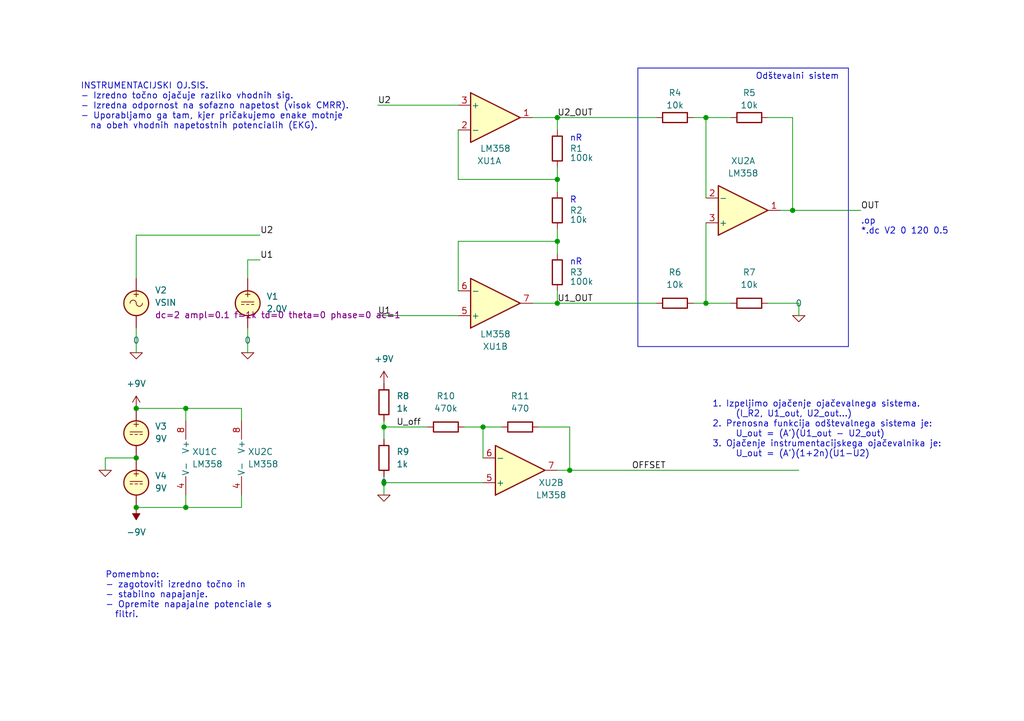
<source format=kicad_sch>
(kicad_sch (version 20231120) (generator "eeschema") (generator_version "8.0")
  (paper "A5")
  (lib_symbols
    (symbol "Amplifier_Operational:LM358" (pin_names (offset 0.127))
      (property "Reference" "U" (at 0 5.08 0))
      (property "Value" "LM358" (at 0 -5.08 0))
      (symbol "LM358_1_1"
        (polyline (pts (xy -5.08 5.08) (xy 5.08 0) (xy -5.08 -5.08) (xy -5.08 5.08)) (stroke (width 0.254)) (fill (type background)))
        (pin output line (at 7.62 0 180) (length 2.54) (name "~") (number "1"))
        (pin input line (at -7.62 -2.54 0) (length 2.54) (name "-") (number "2"))
        (pin input line (at -7.62 2.54 0) (length 2.54) (name "+") (number "3"))
      )
      (symbol "LM358_2_1"
        (polyline (pts (xy -5.08 5.08) (xy 5.08 0) (xy -5.08 -5.08) (xy -5.08 5.08)) (stroke (width 0.254)) (fill (type background)))
        (pin input line (at -7.62 2.54 0) (length 2.54) (name "+") (number "5"))
        (pin input line (at -7.62 -2.54 0) (length 2.54) (name "-") (number "6"))
        (pin output line (at 7.62 0 180) (length 2.54) (name "~") (number "7"))
      )
      (symbol "LM358_3_1"
        (pin power_in line (at -2.54 -7.62 90) (length 3.81) (name "V-") (number "4"))
        (pin power_in line (at -2.54 7.62 270) (length 3.81) (name "V+") (number "8"))
      )
    )
    (symbol "Device:R" (pin_numbers hide) (pin_names (offset 0))
      (property "Reference" "R" (at 2.032 0 90))
      (property "Value" "R" (at 0 0 90))
      (symbol "R_0_1"
        (rectangle (start -1.016 -2.54) (end 1.016 2.54) (stroke (width 0.254)))
      )
      (symbol "R_1_1"
        (pin passive line (at 0 3.81 270) (length 1.27) (name "~") (number "1"))
        (pin passive line (at 0 -3.81 90) (length 1.27) (name "~") (number "2"))
      )
    )
    (symbol "Simulation_SPICE:VDC" (pin_numbers hide) (pin_names (offset 0.0254))
      (property "Reference" "V" (at 2.54 2.54 0))
      (property "Value" "1" (at 2.54 0 0))
      (symbol "VDC_0_0"
        (polyline (pts (xy -1.27 0.254) (xy 1.27 0.254)))
        (polyline (pts (xy -0.762 -0.254) (xy -1.27 -0.254)))
        (polyline (pts (xy 0.254 -0.254) (xy -0.254 -0.254)))
        (polyline (pts (xy 1.27 -0.254) (xy 0.762 -0.254)))
        (text "+" (at 0 1.905 0) (effects (font (size 1.27 1.27))))
      )
      (symbol "VDC_0_1"
        (circle (center 0 0) (radius 2.54) (stroke (width 0.254)) (fill (type background)))
      )
      (symbol "VDC_1_1"
        (pin passive line (at 0 5.08 270) (length 2.54) (name "~") (number "1"))
        (pin passive line (at 0 -5.08 90) (length 2.54) (name "~") (number "2"))
      )
    )
    (symbol "Simulation_SPICE:VSIN" (pin_numbers hide) (pin_names (offset 0.0254))
      (property "Reference" "V" (at 2.54 2.54 0))
      (property "Value" "VSIN" (at 2.54 0 0))
      (property "Sim.Params" "dc=0 ampl=1 f=1k ac=1" (at 2.54 -2.54 0))
      (symbol "VSIN_0_0"
        (arc (start 0 0) (mid -0.635 0.6323) (end -1.27 0))
        (arc (start 0 0) (mid 0.635 -0.6323) (end 1.27 0))
        (text "+" (at 0 1.905 0) (effects (font (size 1.27 1.27))))
      )
      (symbol "VSIN_0_1"
        (circle (center 0 0) (radius 2.54) (stroke (width 0.254)) (fill (type background)))
      )
      (symbol "VSIN_1_1"
        (pin passive line (at 0 5.08 270) (length 2.54) (name "~") (number "1"))
        (pin passive line (at 0 -5.08 90) (length 2.54) (name "~") (number "2"))
      )
    )
    (symbol "power:+9V" (power) (pin_names (offset 0))
      (property "Value" "+9V" (at 0 3.556 0))
      (symbol "+9V_0_1"
        (polyline (pts (xy -0.762 1.27) (xy 0 2.54)))
        (polyline (pts (xy 0 0) (xy 0 2.54)))
        (polyline (pts (xy 0 2.54) (xy 0.762 1.27)))
      )
      (symbol "+9V_1_1"
        (pin power_in line (at 0 0 90) (length 0) hide (name "+9V") (number "1"))
      )
    )
    (symbol "power:-9V" (power) (pin_names (offset 0))
      (property "Value" "-9V" (at 0 3.81 0))
      (symbol "-9V_0_1"
        (polyline (pts (xy 0 0) (xy 0 2.54)))
        (polyline (pts (xy 0.762 1.27) (xy -0.762 1.27) (xy 0 2.54) (xy 0.762 1.27)) (fill (type outline)))
      )
      (symbol "-9V_1_1"
        (pin power_in line (at 0 0 90) (length 0) hide (name "-9V") (number "1"))
      )
    )
    (symbol "pspice:0" (power) (pin_names (offset 0))
      (property "Value" "0" (at 0 -1.778 0))
      (symbol "0_0_1"
        (polyline (pts (xy -1.27 0) (xy 0 -1.27) (xy 1.27 0) (xy -1.27 0)))
      )
      (symbol "0_1_1"
        (pin power_in line (at 0 0 0) (length 0) hide (name "0") (number "1"))
      )
    )
  )
  (junction (at 116.84 96.52))
  (junction (at 78.74 87.63))
  (junction (at 114.3 36.83))
  (junction (at 38.1 83.82))
  (junction (at 162.56 43.18))
  (junction (at 27.94 93.98))
  (junction (at 27.94 83.82))
  (junction (at 114.3 49.53))
  (junction (at 114.3 62.23))
  (junction (at 114.3 24.13))
  (junction (at 99.06 87.63))
  (junction (at 78.74 99.06))
  (junction (at 144.78 24.13))
  (junction (at 144.78 62.23))
  (junction (at 27.94 104.14))
  (junction (at 38.1 104.14))
  (wire (pts (xy 114.3 62.23) (xy 134.62 62.23)))
  (wire (pts (xy 78.74 99.06) (xy 99.06 99.06)))
  (wire (pts (xy 157.48 24.13) (xy 162.56 24.13)))
  (wire (pts (xy 114.3 62.23) (xy 109.22 62.23)))
  (wire (pts (xy 114.3 34.29) (xy 114.3 36.83)))
  (wire (pts (xy 144.78 24.13) (xy 144.78 40.64)))
  (wire (pts (xy 49.53 104.14) (xy 38.1 104.14)))
  (wire (pts (xy 78.74 87.63) (xy 78.74 90.17)))
  (wire (pts (xy 142.24 24.13) (xy 144.78 24.13)))
  (wire (pts (xy 49.53 83.82) (xy 38.1 83.82)))
  (wire (pts (xy 27.94 48.26) (xy 53.34 48.26)))
  (wire (pts (xy 162.56 24.13) (xy 162.56 43.18)))
  (wire (pts (xy 144.78 24.13) (xy 149.86 24.13)))
  (wire (pts (xy 77.47 64.77) (xy 93.98 64.77)))
  (wire (pts (xy 99.06 87.63) (xy 102.87 87.63)))
  (wire (pts (xy 21.59 96.52) (xy 21.59 93.98)))
  (wire (pts (xy 27.94 67.31) (xy 27.94 72.39)))
  (wire (pts (xy 162.56 43.18) (xy 176.53 43.18)))
  (polyline (pts (xy 130.81 13.97) (xy 173.99 13.97)))
  (wire (pts (xy 38.1 83.82) (xy 27.94 83.82)))
  (wire (pts (xy 38.1 83.82) (xy 38.1 86.36)))
  (wire (pts (xy 163.83 62.23) (xy 163.83 64.77)))
  (wire (pts (xy 114.3 24.13) (xy 114.3 26.67)))
  (wire (pts (xy 50.8 67.31) (xy 50.8 72.39)))
  (wire (pts (xy 114.3 49.53) (xy 114.3 52.07)))
  (polyline (pts (xy 130.81 71.12) (xy 173.99 71.12)))
  (wire (pts (xy 49.53 86.36) (xy 49.53 83.82)))
  (wire (pts (xy 77.47 21.59) (xy 93.98 21.59)))
  (wire (pts (xy 142.24 62.23) (xy 144.78 62.23)))
  (wire (pts (xy 38.1 101.6) (xy 38.1 104.14)))
  (wire (pts (xy 95.25 87.63) (xy 99.06 87.63)))
  (wire (pts (xy 114.3 59.69) (xy 114.3 62.23)))
  (wire (pts (xy 93.98 36.83) (xy 114.3 36.83)))
  (polyline (pts (xy 173.99 71.12) (xy 173.99 13.97)))
  (wire (pts (xy 27.94 57.15) (xy 27.94 48.26)))
  (wire (pts (xy 78.74 97.79) (xy 78.74 99.06)))
  (wire (pts (xy 50.8 53.34) (xy 53.34 53.34)))
  (wire (pts (xy 93.98 59.69) (xy 93.98 49.53)))
  (wire (pts (xy 78.74 87.63) (xy 87.63 87.63)))
  (wire (pts (xy 114.3 24.13) (xy 134.62 24.13)))
  (wire (pts (xy 157.48 62.23) (xy 163.83 62.23)))
  (wire (pts (xy 114.3 36.83) (xy 114.3 39.37)))
  (wire (pts (xy 114.3 46.99) (xy 114.3 49.53)))
  (wire (pts (xy 110.49 87.63) (xy 116.84 87.63)))
  (wire (pts (xy 116.84 96.52) (xy 114.3 96.52)))
  (wire (pts (xy 109.22 24.13) (xy 114.3 24.13)))
  (polyline (pts (xy 130.81 13.97) (xy 130.81 71.12)))
  (wire (pts (xy 21.59 93.98) (xy 27.94 93.98)))
  (wire (pts (xy 49.53 101.6) (xy 49.53 104.14)))
  (wire (pts (xy 93.98 26.67) (xy 93.98 36.83)))
  (wire (pts (xy 38.1 104.14) (xy 27.94 104.14)))
  (wire (pts (xy 116.84 96.52) (xy 163.83 96.52)))
  (wire (pts (xy 78.74 99.06) (xy 78.74 101.6)))
  (wire (pts (xy 99.06 87.63) (xy 99.06 93.98)))
  (wire (pts (xy 116.84 87.63) (xy 116.84 96.52)))
  (wire (pts (xy 50.8 57.15) (xy 50.8 53.34)))
  (wire (pts (xy 78.74 86.36) (xy 78.74 87.63)))
  (wire (pts (xy 160.02 43.18) (xy 162.56 43.18)))
  (wire (pts (xy 144.78 45.72) (xy 144.78 62.23)))
  (wire (pts (xy 144.78 62.23) (xy 149.86 62.23)))
  (wire (pts (xy 93.98 49.53) (xy 114.3 49.53)))
  (text "1. Izpeljimo ojačenje ojačevalnega sistema.\n	(I_R2, U1_out, U2_out...)\n2. Prenosna funkcija odštevalnega sistema je:\n	U_out = (A')(U1_out - U2_out)\n3. Ojačenje instrumentacijskega ojačevalnika je:\n	U_out = (A')(1+2n)(U1-U2)" (at 146.05 93.98 0) (effects (font (size 1.27 1.27)) (justify left bottom)))
  (text "R" (at 116.84 41.91 0) (effects (font (size 1.27 1.27)) (justify left bottom)))
  (text "Pomembno:\n- zagotoviti izredno točno in\n- stabilno napajanje.\n- Opremite napajalne potenciale s\n  filtri." (at 21.59 127 0) (effects (font (size 1.27 1.27)) (justify left bottom)))
  (text "nR" (at 116.84 29.21 0) (effects (font (size 1.27 1.27)) (justify left bottom)))
  (text "INSTRUMENTACIJSKI OJ.SIS.\n- Izredno točno ojačuje razliko vhodnih sig.\n- Izredna odpornost na sofazno napetost (visok CMRR).\n- Uporabljamo ga tam, kjer pričakujemo enake motnje\n  na obeh vhodnih napetostnih potencialih (EKG). " (at 16.51 26.67 0) (effects (font (size 1.27 1.27)) (justify left bottom)))
  (text "Odštevalni sistem" (at 154.94 16.51 0) (effects (font (size 1.27 1.27)) (justify left bottom)))
  (text ".op\n*.dc V2 0 120 0.5" (at 176.53 48.26 0) (effects (font (size 1.27 1.27)) (justify left bottom)))
  (text "nR" (at 116.84 54.61 0) (effects (font (size 1.27 1.27)) (justify left bottom)))
  (label "U1" (at 77.47 64.77 0))
  (label "U2" (at 77.47 21.59 0))
  (label "U2_OUT" (at 114.3 24.13 0))
  (label "U1" (at 53.34 53.34 0))
  (label "OUT" (at 176.53 43.18 0))
  (label "U1_OUT" (at 114.3 62.23 0))
  (label "U_off" (at 81.28 87.63 0))
  (label "U2" (at 53.34 48.26 0))
  (label "OFFSET" (at 129.54 96.52 0))
  (symbol (lib_id "Amplifier_Operational:LM358") (at 52.07 93.98 0) (unit 3)
    (property "Reference" "XU2" (at 50.8 92.7099 0) (effects (justify left)))
    (property "Value" "LM358" (at 50.8 95.2499 0) (effects (justify left)))
    (property "Datasheet" "http://www.ti.com/lit/ds/symlink/lm2904-n.pdf" (effects (hide yes)))
    (property "Sim.Library" "/home/david/.local/share/kicad/SpiceLibrary/Models/Operational Amplifier/LM358-dual.mod" (effects (hide yes)))
    (property "Sim.Name" "lm358_dual" (effects (hide yes)))
    (property "Sim.Pins" "1=1out 2=1in- 3=1in+ 4=vcc- 5=2in+ 6=2in- 7=2out 8=vcc+" (effects (hide yes)))
    (property "Sim.Device" "SUBCKT" (effects (hide yes)))
  )
  (symbol (lib_id "Device:R") (at 153.67 24.13 90) (unit 1)
    (property "Reference" "R5" (at 153.67 19.05 90))
    (property "Value" "10k" (at 153.67 21.59 90))
  )
  (symbol (lib_id "Amplifier_Operational:LM358") (at 101.6 24.13 0) (unit 1)
    (property "Reference" "XU1" (at 100.33 33.02 0))
    (property "Value" "LM358" (at 101.6 30.48 0))
    (property "Datasheet" "http://www.ti.com/lit/ds/symlink/lm2904-n.pdf" (effects (hide yes)))
    (property "Sim.Library" "/home/david/.local/share/kicad/SpiceLibrary/Models/Operational Amplifier/LM358-dual.mod" (effects (hide yes)))
    (property "Sim.Name" "lm358_dual" (effects (hide yes)))
    (property "Sim.Pins" "1=1out 2=1in- 3=1in+ 4=vcc- 5=2in+ 6=2in- 7=2out 8=vcc+" (effects (hide yes)))
    (property "Sim.Device" "SUBCKT" (effects (hide yes)))
  )
  (symbol (lib_id "Amplifier_Operational:LM358") (at 106.68 96.52 0) (mirror x) (unit 2)
    (property "Reference" "XU2" (at 113.03 99.06 0))
    (property "Value" "LM358" (at 113.03 101.6 0))
    (property "Datasheet" "http://www.ti.com/lit/ds/symlink/lm2904-n.pdf" (effects (hide yes)))
    (property "Sim.Library" "/home/david/.local/share/kicad/SpiceLibrary/Models/Operational Amplifier/LM358-dual.mod" (effects (hide yes)))
    (property "Sim.Name" "lm358_dual" (effects (hide yes)))
    (property "Sim.Pins" "1=1out 2=1in- 3=1in+ 4=vcc- 5=2in+ 6=2in- 7=2out 8=vcc+" (effects (hide yes)))
    (property "Sim.Device" "SUBCKT" (effects (hide yes)))
  )
  (symbol (lib_id "pspice:0") (at 21.59 96.52 0) (unit 1)
    (property "Reference" "#GND04" (effects (hide yes)))
    (property "Value" "0" (effects (hide yes)))
  )
  (symbol (lib_id "Simulation_SPICE:VSIN") (at 27.94 62.23 0) (unit 1)
    (property "Reference" "V2" (at 31.75 59.5601 0) (effects (justify left)))
    (property "Value" "VSIN" (at 31.75 62.1001 0) (effects (justify left)))
    (property "Datasheet" "https://ngspice.sourceforge.io/docs/ngspice-html-manual/manual.xhtml#sec_Independent_Sources_for" (effects (hide yes)))
    (property "Description" "Voltage source, sinusoidal" (effects (hide yes)))
    (property "Sim.Pins" "1=+ 2=-" (effects (hide yes)))
    (property "Sim.Params" "dc=2 ampl=0.1 f=1k td=0 theta=0 phase=0 ac=1" (at 31.75 64.6401 0) (effects (justify left)))
    (property "Sim.Type" "SIN" (effects (hide yes)))
    (property "Sim.Device" "V" (effects (hide yes)))
  )
  (symbol (lib_id "Device:R") (at 78.74 82.55 0) (unit 1)
    (property "Reference" "R8" (at 81.28 81.2799 0) (effects (justify left)))
    (property "Value" "1k" (at 81.28 83.8199 0) (effects (justify left)))
  )
  (symbol (lib_id "Device:R") (at 114.3 30.48 0) (unit 1)
    (property "Reference" "R1" (at 116.84 30.48 0) (effects (justify left)))
    (property "Value" "100k" (at 116.84 32.385 0) (effects (justify left)))
  )
  (symbol (lib_id "Device:R") (at 138.43 62.23 90) (unit 1)
    (property "Reference" "R6" (at 138.43 55.88 90))
    (property "Value" "10k" (at 138.43 58.42 90))
  )
  (symbol (lib_id "Simulation_SPICE:VDC") (at 27.94 99.06 0) (unit 1)
    (property "Reference" "V4" (at 31.75 97.6602 0) (effects (justify left)))
    (property "Value" "9V" (at 31.75 100.2002 0) (effects (justify left)))
    (property "Sim.Pins" "1=+ 2=-" (effects (hide yes)))
    (property "Sim.Type" "DC" (effects (hide yes)))
    (property "Sim.Device" "V" (effects (hide yes)))
  )
  (symbol (lib_id "Device:R") (at 138.43 24.13 90) (unit 1)
    (property "Reference" "R4" (at 138.43 19.05 90))
    (property "Value" "10k" (at 138.43 21.59 90))
  )
  (symbol (lib_id "Simulation_SPICE:VDC") (at 27.94 88.9 0) (unit 1)
    (property "Reference" "V3" (at 31.75 87.5002 0) (effects (justify left)))
    (property "Value" "9V" (at 31.75 90.0402 0) (effects (justify left)))
    (property "Sim.Pins" "1=+ 2=-" (effects (hide yes)))
    (property "Sim.Type" "DC" (effects (hide yes)))
    (property "Sim.Device" "V" (effects (hide yes)))
  )
  (symbol (lib_id "Simulation_SPICE:VDC") (at 50.8 62.23 0) (unit 1)
    (property "Reference" "V1" (at 54.61 60.8302 0) (effects (justify left)))
    (property "Value" "2.0V" (at 54.61 63.3702 0) (effects (justify left)))
    (property "Sim.Pins" "1=+ 2=-" (effects (hide yes)))
    (property "Sim.Type" "DC" (effects (hide yes)))
    (property "Sim.Device" "V" (effects (hide yes)))
  )
  (symbol (lib_id "Amplifier_Operational:LM358") (at 152.4 43.18 0) (mirror x) (unit 1)
    (property "Reference" "XU2" (at 152.4 33.02 0))
    (property "Value" "LM358" (at 152.4 35.56 0))
    (property "Datasheet" "http://www.ti.com/lit/ds/symlink/lm2904-n.pdf" (effects (hide yes)))
    (property "Sim.Library" "/home/david/.local/share/kicad/SpiceLibrary/Models/Operational Amplifier/LM358-dual.mod" (effects (hide yes)))
    (property "Sim.Name" "lm358_dual" (effects (hide yes)))
    (property "Sim.Pins" "1=1out 2=1in- 3=1in+ 4=vcc- 5=2in+ 6=2in- 7=2out 8=vcc+" (effects (hide yes)))
    (property "Sim.Device" "SUBCKT" (effects (hide yes)))
  )
  (symbol (lib_id "pspice:0") (at 50.8 72.39 0) (unit 1)
    (property "Reference" "#GND03" (effects (hide yes)))
    (property "Value" "0" (at 50.8 69.85 0))
  )
  (symbol (lib_id "power:+9V") (at 78.74 78.74 0) (unit 1)
    (property "Reference" "#PWR02" (effects (hide yes)))
    (property "Value" "+9V" (at 78.74 73.66 0))
  )
  (symbol (lib_id "Device:R") (at 114.3 43.18 0) (unit 1)
    (property "Reference" "R2" (at 116.84 43.18 0) (effects (justify left)))
    (property "Value" "10k" (at 116.84 45.085 0) (effects (justify left)))
  )
  (symbol (lib_id "Device:R") (at 106.68 87.63 90) (unit 1)
    (property "Reference" "R11" (at 106.68 81.28 90))
    (property "Value" "470" (at 106.68 83.82 90))
  )
  (symbol (lib_id "power:+9V") (at 27.94 83.82 0) (unit 1)
    (property "Reference" "#PWR05" (effects (hide yes)))
    (property "Value" "+9V" (at 27.94 78.74 0))
  )
  (symbol (lib_id "pspice:0") (at 78.74 101.6 0) (unit 1)
    (property "Reference" "#GND05" (effects (hide yes)))
    (property "Value" "0" (at 78.74 99.06 0))
  )
  (symbol (lib_id "Amplifier_Operational:LM358") (at 40.64 93.98 0) (unit 3)
    (property "Reference" "XU1" (at 39.37 92.7099 0) (effects (justify left)))
    (property "Value" "LM358" (at 39.37 95.2499 0) (effects (justify left)))
    (property "Datasheet" "http://www.ti.com/lit/ds/symlink/lm2904-n.pdf" (effects (hide yes)))
    (property "Sim.Library" "/home/david/.local/share/kicad/SpiceLibrary/Models/Operational Amplifier/LM358-dual.mod" (effects (hide yes)))
    (property "Sim.Name" "lm358_dual" (effects (hide yes)))
    (property "Sim.Pins" "1=1out 2=1in- 3=1in+ 4=vcc- 5=2in+ 6=2in- 7=2out 8=vcc+" (effects (hide yes)))
    (property "Sim.Device" "SUBCKT" (effects (hide yes)))
  )
  (symbol (lib_id "pspice:0") (at 163.83 64.77 0) (unit 1)
    (property "Reference" "#GND02" (effects (hide yes)))
    (property "Value" "0" (at 163.83 62.23 0))
  )
  (symbol (lib_id "Device:R") (at 91.44 87.63 90) (unit 1)
    (property "Reference" "R10" (at 91.44 81.28 90))
    (property "Value" "470k" (at 91.44 83.82 90))
  )
  (symbol (lib_id "Device:R") (at 114.3 55.88 0) (unit 1)
    (property "Reference" "R3" (at 116.84 55.88 0) (effects (justify left)))
    (property "Value" "100k" (at 116.84 57.785 0) (effects (justify left)))
  )
  (symbol (lib_id "Device:R") (at 78.74 93.98 0) (unit 1)
    (property "Reference" "R9" (at 81.28 92.7099 0) (effects (justify left)))
    (property "Value" "1k" (at 81.28 95.2499 0) (effects (justify left)))
  )
  (symbol (lib_id "power:-9V") (at 27.94 104.14 180) (unit 1)
    (property "Reference" "#PWR01" (effects (hide yes)))
    (property "Value" "-9V" (at 27.94 109.22 0))
  )
  (symbol (lib_id "Amplifier_Operational:LM358") (at 101.6 62.23 0) (mirror x) (unit 2)
    (property "Reference" "XU1" (at 101.6 71.12 0))
    (property "Value" "LM358" (at 101.6 68.58 0))
    (property "Datasheet" "http://www.ti.com/lit/ds/symlink/lm2904-n.pdf" (effects (hide yes)))
    (property "Sim.Library" "/home/david/.local/share/kicad/SpiceLibrary/Models/Operational Amplifier/LM358-dual.mod" (effects (hide yes)))
    (property "Sim.Name" "lm358_dual" (effects (hide yes)))
    (property "Sim.Pins" "1=1out 2=1in- 3=1in+ 4=vcc- 5=2in+ 6=2in- 7=2out 8=vcc+" (effects (hide yes)))
    (property "Sim.Device" "SUBCKT" (effects (hide yes)))
  )
  (symbol (lib_id "Device:R") (at 153.67 62.23 90) (unit 1)
    (property "Reference" "R7" (at 153.67 55.88 90))
    (property "Value" "10k" (at 153.67 58.42 90))
  )
  (symbol (lib_id "pspice:0") (at 27.94 72.39 0) (unit 1)
    (property "Reference" "#GND01" (effects (hide yes)))
    (property "Value" "0" (at 27.94 69.85 0))
  )
)
</source>
